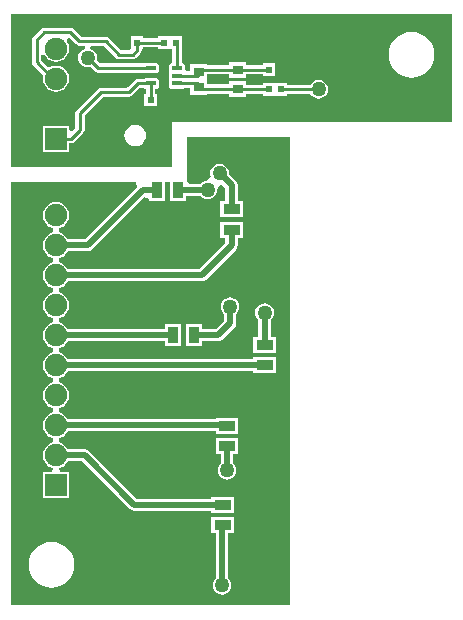
<source format=gtl>
G04 Layer_Physical_Order=1*
G04 Layer_Color=255*
%FSAX24Y24*%
%MOIN*%
G70*
G01*
G75*
G04:AMPARAMS|DCode=10|XSize=15.7mil|YSize=35.4mil|CornerRadius=2mil|HoleSize=0mil|Usage=FLASHONLY|Rotation=90.000|XOffset=0mil|YOffset=0mil|HoleType=Round|Shape=RoundedRectangle|*
%AMROUNDEDRECTD10*
21,1,0.0157,0.0315,0,0,90.0*
21,1,0.0118,0.0354,0,0,90.0*
1,1,0.0039,0.0157,0.0059*
1,1,0.0039,0.0157,-0.0059*
1,1,0.0039,-0.0157,-0.0059*
1,1,0.0039,-0.0157,0.0059*
%
%ADD10ROUNDEDRECTD10*%
%ADD11R,0.0354X0.0315*%
%ADD12R,0.0236X0.0197*%
%ADD13R,0.0197X0.0236*%
%ADD14R,0.0335X0.0551*%
%ADD15R,0.0551X0.0335*%
%ADD16C,0.0100*%
%ADD17C,0.0200*%
%ADD18C,0.0750*%
%ADD19R,0.0750X0.0750*%
%ADD20C,0.0984*%
%ADD21C,0.0500*%
G36*
X014850Y016250D02*
X005500D01*
Y014750D01*
X000150D01*
Y019850D01*
X014850D01*
Y016250D01*
D02*
G37*
G36*
X009450Y000150D02*
X000150D01*
Y014250D01*
X004299D01*
X004362Y014100D01*
X002616Y012354D01*
X002036D01*
X002030Y012369D01*
X001960Y012460D01*
X001869Y012530D01*
X001764Y012574D01*
X001759Y012574D01*
Y012726D01*
X001764Y012726D01*
X001869Y012770D01*
X001960Y012840D01*
X002030Y012931D01*
X002074Y013036D01*
X002089Y013150D01*
X002074Y013264D01*
X002030Y013369D01*
X001960Y013460D01*
X001869Y013530D01*
X001764Y013574D01*
X001650Y013589D01*
X001536Y013574D01*
X001431Y013530D01*
X001340Y013460D01*
X001270Y013369D01*
X001226Y013264D01*
X001211Y013150D01*
X001226Y013036D01*
X001270Y012931D01*
X001340Y012840D01*
X001431Y012770D01*
X001536Y012726D01*
X001541Y012726D01*
Y012574D01*
X001536Y012574D01*
X001431Y012530D01*
X001340Y012460D01*
X001270Y012369D01*
X001226Y012264D01*
X001211Y012150D01*
X001226Y012036D01*
X001270Y011931D01*
X001340Y011840D01*
X001431Y011770D01*
X001536Y011726D01*
X001541Y011726D01*
Y011574D01*
X001536Y011574D01*
X001431Y011530D01*
X001340Y011460D01*
X001270Y011369D01*
X001226Y011264D01*
X001211Y011150D01*
X001226Y011036D01*
X001270Y010931D01*
X001340Y010840D01*
X001431Y010770D01*
X001536Y010726D01*
X001541Y010726D01*
Y010574D01*
X001536Y010574D01*
X001431Y010530D01*
X001340Y010460D01*
X001270Y010369D01*
X001226Y010264D01*
X001211Y010150D01*
X001226Y010036D01*
X001270Y009931D01*
X001340Y009840D01*
X001431Y009770D01*
X001536Y009726D01*
X001541Y009726D01*
Y009574D01*
X001536Y009574D01*
X001431Y009530D01*
X001340Y009460D01*
X001270Y009369D01*
X001226Y009264D01*
X001211Y009150D01*
X001226Y009036D01*
X001270Y008931D01*
X001340Y008840D01*
X001431Y008770D01*
X001536Y008726D01*
X001541Y008726D01*
Y008574D01*
X001536Y008574D01*
X001431Y008530D01*
X001340Y008460D01*
X001270Y008369D01*
X001226Y008264D01*
X001211Y008150D01*
X001226Y008036D01*
X001270Y007931D01*
X001340Y007840D01*
X001431Y007770D01*
X001536Y007726D01*
X001541Y007726D01*
Y007574D01*
X001536Y007574D01*
X001431Y007530D01*
X001340Y007460D01*
X001270Y007369D01*
X001226Y007264D01*
X001211Y007150D01*
X001226Y007036D01*
X001270Y006931D01*
X001340Y006840D01*
X001431Y006770D01*
X001536Y006726D01*
X001541Y006726D01*
Y006574D01*
X001536Y006574D01*
X001431Y006530D01*
X001340Y006460D01*
X001270Y006369D01*
X001226Y006264D01*
X001211Y006150D01*
X001226Y006036D01*
X001270Y005931D01*
X001340Y005840D01*
X001431Y005770D01*
X001536Y005726D01*
X001541Y005726D01*
Y005574D01*
X001536Y005574D01*
X001431Y005530D01*
X001340Y005460D01*
X001270Y005369D01*
X001226Y005264D01*
X001211Y005150D01*
X001226Y005036D01*
X001270Y004931D01*
X001340Y004840D01*
X001431Y004770D01*
X001536Y004726D01*
X001504Y004585D01*
X001215D01*
Y003715D01*
X002085D01*
Y004585D01*
X001796D01*
X001764Y004726D01*
X001869Y004770D01*
X001960Y004840D01*
X002030Y004931D01*
X002036Y004946D01*
X002516D01*
X004106Y003356D01*
X004172Y003312D01*
X004250Y003296D01*
X006824D01*
Y003233D01*
X007576D01*
Y003767D01*
X006824D01*
Y003704D01*
X004334D01*
X002744Y005294D01*
X002678Y005338D01*
X002600Y005354D01*
X002036D01*
X002030Y005369D01*
X001960Y005460D01*
X001869Y005530D01*
X001764Y005574D01*
X001759Y005574D01*
Y005726D01*
X001764Y005726D01*
X001869Y005770D01*
X001960Y005840D01*
X002030Y005931D01*
X002036Y005946D01*
X006974D01*
Y005872D01*
X007726D01*
Y006406D01*
X006974D01*
Y006354D01*
X002036D01*
X002030Y006369D01*
X001960Y006460D01*
X001869Y006530D01*
X001764Y006574D01*
X001759Y006574D01*
Y006726D01*
X001764Y006726D01*
X001869Y006770D01*
X001960Y006840D01*
X002030Y006931D01*
X002074Y007036D01*
X002089Y007150D01*
X002074Y007264D01*
X002030Y007369D01*
X001960Y007460D01*
X001869Y007530D01*
X001764Y007574D01*
X001759Y007574D01*
Y007726D01*
X001764Y007726D01*
X001869Y007770D01*
X001960Y007840D01*
X002030Y007931D01*
X002036Y007946D01*
X008224D01*
Y007883D01*
X008976D01*
Y008417D01*
X008224D01*
Y008354D01*
X002036D01*
X002030Y008369D01*
X001960Y008460D01*
X001869Y008530D01*
X001764Y008574D01*
X001759Y008574D01*
Y008726D01*
X001764Y008726D01*
X001869Y008770D01*
X001960Y008840D01*
X002030Y008931D01*
X002036Y008946D01*
X005294D01*
Y008774D01*
X005828D01*
Y009526D01*
X005294D01*
Y009354D01*
X002036D01*
X002030Y009369D01*
X001960Y009460D01*
X001869Y009530D01*
X001764Y009574D01*
X001759Y009574D01*
Y009726D01*
X001764Y009726D01*
X001869Y009770D01*
X001960Y009840D01*
X002030Y009931D01*
X002074Y010036D01*
X002089Y010150D01*
X002074Y010264D01*
X002030Y010369D01*
X001960Y010460D01*
X001869Y010530D01*
X001764Y010574D01*
X001759Y010574D01*
Y010726D01*
X001764Y010726D01*
X001869Y010770D01*
X001960Y010840D01*
X002030Y010931D01*
X002036Y010946D01*
X006500D01*
X006578Y010962D01*
X006644Y011006D01*
X007644Y012006D01*
X007644Y012006D01*
X007688Y012072D01*
X007704Y012150D01*
X007704Y012150D01*
Y012394D01*
X007876D01*
Y012928D01*
X007124D01*
Y012394D01*
X007296D01*
Y012234D01*
X006416Y011354D01*
X002036D01*
X002030Y011369D01*
X001960Y011460D01*
X001869Y011530D01*
X001764Y011574D01*
X001759Y011574D01*
Y011726D01*
X001764Y011726D01*
X001869Y011770D01*
X001960Y011840D01*
X002030Y011931D01*
X002036Y011946D01*
X002700D01*
X002778Y011962D01*
X002844Y012006D01*
X004594Y013755D01*
X004744Y013698D01*
Y013624D01*
X005278D01*
Y014250D01*
X005433D01*
Y013624D01*
X005967D01*
Y013796D01*
X006466D01*
X006479Y013779D01*
X006544Y013729D01*
X006619Y013698D01*
X006700Y013687D01*
X006781Y013698D01*
X006856Y013729D01*
X006921Y013779D01*
X006971Y013844D01*
X007002Y013919D01*
X007013Y014000D01*
X007117Y014141D01*
X007136Y014150D01*
X007184Y014156D01*
X007296Y014052D01*
Y013617D01*
X007124D01*
Y013083D01*
X007876D01*
Y013617D01*
X007704D01*
Y014150D01*
X007688Y014228D01*
X007644Y014294D01*
X007410Y014529D01*
X007413Y014550D01*
X007402Y014631D01*
X007371Y014706D01*
X007321Y014771D01*
X007256Y014821D01*
X007181Y014852D01*
X007100Y014863D01*
X007019Y014852D01*
X006944Y014821D01*
X006879Y014771D01*
X006829Y014706D01*
X006798Y014631D01*
X006787Y014550D01*
X006798Y014469D01*
X006807Y014447D01*
X006725Y014323D01*
X006708Y014312D01*
X006700Y014313D01*
X006619Y014302D01*
X006544Y014271D01*
X006479Y014221D01*
X006466Y014204D01*
X006131D01*
X006000Y014250D01*
Y015750D01*
X009450D01*
Y000150D01*
D02*
G37*
%LPC*%
G36*
X002130Y019403D02*
X001250D01*
X001191Y019391D01*
X001142Y019358D01*
X000892Y019108D01*
X000859Y019059D01*
X000847Y019000D01*
Y018250D01*
X000859Y018191D01*
X000892Y018142D01*
X001225Y017808D01*
X001211Y017700D01*
X001226Y017586D01*
X001270Y017481D01*
X001340Y017390D01*
X001431Y017320D01*
X001536Y017276D01*
X001650Y017261D01*
X001764Y017276D01*
X001869Y017320D01*
X001960Y017390D01*
X002030Y017481D01*
X002074Y017586D01*
X002089Y017700D01*
X002074Y017814D01*
X002030Y017919D01*
X001960Y018010D01*
X001869Y018080D01*
X001764Y018124D01*
X001650Y018139D01*
X001536Y018124D01*
X001431Y018080D01*
X001406Y018061D01*
X001153Y018313D01*
Y018502D01*
X001253Y018522D01*
X001270Y018481D01*
X001340Y018390D01*
X001431Y018320D01*
X001536Y018276D01*
X001650Y018261D01*
X001764Y018276D01*
X001869Y018320D01*
X001960Y018390D01*
X002030Y018481D01*
X002074Y018586D01*
X002089Y018700D01*
X002074Y018814D01*
X002030Y018919D01*
X002004Y018954D01*
X002048Y019059D01*
X002100Y019064D01*
X002322Y018842D01*
X002371Y018809D01*
X002430Y018797D01*
X002599D01*
X002619Y018702D01*
X002544Y018671D01*
X002479Y018621D01*
X002429Y018556D01*
X002398Y018481D01*
X002387Y018400D01*
X002398Y018319D01*
X002429Y018244D01*
X002479Y018179D01*
X002544Y018129D01*
X002619Y018098D01*
X002700Y018087D01*
X002781Y018098D01*
X002784Y018099D01*
X002936Y017948D01*
X002986Y017915D01*
X003044Y017903D01*
X004585D01*
X004613Y017884D01*
X004659Y017875D01*
X004974D01*
X005021Y017884D01*
X005061Y017911D01*
X005087Y017950D01*
X005096Y017997D01*
Y018115D01*
X005087Y018162D01*
X005061Y018201D01*
X005021Y018228D01*
X004974Y018237D01*
X004659D01*
X004613Y018228D01*
X004585Y018209D01*
X003107D01*
X003001Y018316D01*
X003002Y018319D01*
X003013Y018400D01*
X003002Y018481D01*
X002971Y018556D01*
X002921Y018621D01*
X002856Y018671D01*
X002781Y018702D01*
X002801Y018797D01*
X003237D01*
X003642Y018392D01*
X003691Y018359D01*
X003750Y018347D01*
X004200D01*
X004259Y018359D01*
X004308Y018392D01*
X004455Y018539D01*
X004488Y018588D01*
X004500Y018647D01*
Y018682D01*
X004545D01*
Y018747D01*
X005058D01*
Y018682D01*
X005530D01*
Y018237D01*
X005526D01*
X005479Y018228D01*
X005439Y018201D01*
X005413Y018162D01*
X005404Y018115D01*
Y017997D01*
X005413Y017950D01*
X005428Y017928D01*
X005413Y017906D01*
X005404Y017859D01*
Y017741D01*
X005413Y017694D01*
X005428Y017672D01*
X005413Y017650D01*
X005404Y017603D01*
Y017485D01*
X005413Y017438D01*
X005439Y017399D01*
X005479Y017372D01*
X005526Y017363D01*
X005841D01*
X005887Y017372D01*
X005915Y017391D01*
X006123D01*
Y017162D01*
X006677D01*
Y017203D01*
X007423D01*
Y017098D01*
X007977D01*
Y017197D01*
X008555D01*
Y017132D01*
X009345D01*
Y017197D01*
X010128D01*
X010129Y017194D01*
X010179Y017129D01*
X010244Y017079D01*
X010319Y017048D01*
X010400Y017037D01*
X010481Y017048D01*
X010556Y017079D01*
X010621Y017129D01*
X010671Y017194D01*
X010702Y017269D01*
X010713Y017350D01*
X010702Y017431D01*
X010671Y017506D01*
X010621Y017571D01*
X010556Y017621D01*
X010481Y017652D01*
X010400Y017663D01*
X010319Y017652D01*
X010244Y017621D01*
X010179Y017571D01*
X010129Y017506D01*
X010128Y017503D01*
X009345D01*
Y017568D01*
X008555D01*
Y017503D01*
X007977D01*
Y017613D01*
X007423D01*
Y017509D01*
X006677D01*
Y017847D01*
X007423D01*
Y017737D01*
X007977D01*
Y017847D01*
X008555D01*
Y017782D01*
X008952D01*
Y018218D01*
X008555D01*
Y018153D01*
X007977D01*
Y018252D01*
X007423D01*
Y018153D01*
X006677D01*
Y018188D01*
X006123D01*
Y017953D01*
X005999D01*
X005963Y017997D01*
Y018115D01*
X005953Y018162D01*
X005927Y018201D01*
X005887Y018228D01*
X005841Y018237D01*
X005836D01*
Y018682D01*
X005848D01*
Y019118D01*
X005058D01*
Y019053D01*
X004545D01*
Y019118D01*
X004148D01*
Y018682D01*
X004060Y018653D01*
X003813D01*
X003408Y019058D01*
X003359Y019091D01*
X003300Y019103D01*
X002493D01*
X002238Y019358D01*
X002189Y019391D01*
X002130Y019403D01*
D02*
G37*
G36*
X013500Y019264D02*
X013351Y019249D01*
X013208Y019206D01*
X013076Y019135D01*
X012960Y019040D01*
X012865Y018924D01*
X012794Y018792D01*
X012751Y018649D01*
X012736Y018500D01*
X012751Y018351D01*
X012794Y018208D01*
X012865Y018076D01*
X012960Y017960D01*
X013076Y017865D01*
X013208Y017794D01*
X013351Y017751D01*
X013500Y017736D01*
X013649Y017751D01*
X013792Y017794D01*
X013924Y017865D01*
X014040Y017960D01*
X014135Y018076D01*
X014206Y018208D01*
X014249Y018351D01*
X014264Y018500D01*
X014249Y018649D01*
X014206Y018792D01*
X014135Y018924D01*
X014040Y019040D01*
X013924Y019135D01*
X013792Y019206D01*
X013649Y019249D01*
X013500Y019264D01*
D02*
G37*
G36*
X004974Y017725D02*
X004659D01*
X004613Y017716D01*
X004585Y017697D01*
X004370D01*
X004312Y017685D01*
X004262Y017652D01*
X004013Y017403D01*
X003150D01*
X003091Y017391D01*
X003042Y017358D01*
X002342Y016658D01*
X002309Y016609D01*
X002297Y016550D01*
Y016063D01*
X002185Y015951D01*
X002085Y015993D01*
Y016135D01*
X001215D01*
Y015265D01*
X002085D01*
Y015547D01*
X002150D01*
X002209Y015559D01*
X002258Y015592D01*
X002558Y015892D01*
X002591Y015941D01*
X002603Y016000D01*
Y016487D01*
X003213Y017097D01*
X004076D01*
X004135Y017109D01*
X004184Y017142D01*
X004434Y017391D01*
X004585D01*
X004613Y017372D01*
X004647Y017365D01*
Y017195D01*
X004582D01*
Y016798D01*
X005018D01*
Y017195D01*
X004953D01*
Y017363D01*
X004974D01*
X005021Y017372D01*
X005061Y017399D01*
X005087Y017438D01*
X005096Y017485D01*
Y017603D01*
X005087Y017650D01*
X005061Y017689D01*
X005021Y017716D01*
X004974Y017725D01*
D02*
G37*
G36*
X004287Y016162D02*
X004194Y016150D01*
X004107Y016114D01*
X004033Y016057D01*
X003976Y015983D01*
X003940Y015896D01*
X003928Y015804D01*
X003940Y015711D01*
X003976Y015624D01*
X004033Y015550D01*
X004107Y015493D01*
X004194Y015457D01*
X004287Y015445D01*
X004379Y015457D01*
X004466Y015493D01*
X004540Y015550D01*
X004597Y015624D01*
X004633Y015711D01*
X004645Y015804D01*
X004633Y015896D01*
X004597Y015983D01*
X004540Y016057D01*
X004466Y016114D01*
X004379Y016150D01*
X004287Y016162D01*
D02*
G37*
G36*
X007450Y010413D02*
X007369Y010402D01*
X007294Y010371D01*
X007229Y010321D01*
X007179Y010256D01*
X007148Y010181D01*
X007137Y010100D01*
X007148Y010019D01*
X007179Y009944D01*
X007229Y009879D01*
X007246Y009866D01*
Y009634D01*
X006966Y009354D01*
X006517D01*
Y009526D01*
X005983D01*
Y008774D01*
X006517D01*
Y008946D01*
X007050D01*
X007128Y008962D01*
X007194Y009006D01*
X007594Y009406D01*
X007638Y009472D01*
X007654Y009550D01*
Y009866D01*
X007671Y009879D01*
X007721Y009944D01*
X007752Y010019D01*
X007763Y010100D01*
X007752Y010181D01*
X007721Y010256D01*
X007671Y010321D01*
X007606Y010371D01*
X007531Y010402D01*
X007450Y010413D01*
D02*
G37*
G36*
X008600Y010213D02*
X008519Y010202D01*
X008444Y010171D01*
X008379Y010121D01*
X008329Y010056D01*
X008298Y009981D01*
X008287Y009900D01*
X008298Y009819D01*
X008329Y009744D01*
X008379Y009679D01*
X008396Y009666D01*
Y009106D01*
X008224D01*
Y008572D01*
X008976D01*
Y009106D01*
X008804D01*
Y009666D01*
X008821Y009679D01*
X008871Y009744D01*
X008902Y009819D01*
X008913Y009900D01*
X008902Y009981D01*
X008871Y010056D01*
X008821Y010121D01*
X008756Y010171D01*
X008681Y010202D01*
X008600Y010213D01*
D02*
G37*
G36*
X007726Y005717D02*
X006974D01*
Y005183D01*
X007146D01*
Y004884D01*
X007129Y004871D01*
X007079Y004806D01*
X007048Y004731D01*
X007037Y004650D01*
X007048Y004569D01*
X007079Y004494D01*
X007129Y004429D01*
X007194Y004379D01*
X007269Y004348D01*
X007350Y004337D01*
X007431Y004348D01*
X007506Y004379D01*
X007571Y004429D01*
X007621Y004494D01*
X007652Y004569D01*
X007663Y004650D01*
X007652Y004731D01*
X007621Y004806D01*
X007571Y004871D01*
X007554Y004884D01*
Y005183D01*
X007726D01*
Y005717D01*
D02*
G37*
G36*
X001500Y002264D02*
X001351Y002249D01*
X001208Y002206D01*
X001076Y002135D01*
X000960Y002040D01*
X000865Y001924D01*
X000794Y001792D01*
X000751Y001649D01*
X000736Y001500D01*
X000751Y001351D01*
X000794Y001208D01*
X000865Y001076D01*
X000960Y000960D01*
X001076Y000865D01*
X001208Y000794D01*
X001351Y000751D01*
X001500Y000736D01*
X001649Y000751D01*
X001792Y000794D01*
X001924Y000865D01*
X002040Y000960D01*
X002135Y001076D01*
X002206Y001208D01*
X002249Y001351D01*
X002264Y001500D01*
X002249Y001649D01*
X002206Y001792D01*
X002135Y001924D01*
X002040Y002040D01*
X001924Y002135D01*
X001792Y002206D01*
X001649Y002249D01*
X001500Y002264D01*
D02*
G37*
G36*
X007576Y003078D02*
X006824D01*
Y002544D01*
X006982D01*
Y001048D01*
X006965Y001035D01*
X006915Y000971D01*
X006884Y000895D01*
X006873Y000814D01*
X006884Y000733D01*
X006915Y000658D01*
X006965Y000593D01*
X007029Y000543D01*
X007105Y000512D01*
X007186Y000501D01*
X007267Y000512D01*
X007342Y000543D01*
X007407Y000593D01*
X007457Y000658D01*
X007488Y000733D01*
X007498Y000814D01*
X007488Y000895D01*
X007457Y000971D01*
X007407Y001035D01*
X007390Y001048D01*
Y002544D01*
X007576D01*
Y003078D01*
D02*
G37*
%LPD*%
D10*
X005683Y017800D02*
D03*
Y017544D02*
D03*
X004817Y018056D02*
D03*
Y017800D02*
D03*
Y017544D02*
D03*
X005683Y018056D02*
D03*
D11*
X007700Y016844D02*
D03*
Y017356D02*
D03*
Y018506D02*
D03*
Y017994D02*
D03*
X006400Y017931D02*
D03*
Y017419D02*
D03*
D12*
X004800Y016603D02*
D03*
Y016997D02*
D03*
D13*
X003953Y018900D02*
D03*
X004347D02*
D03*
X005650D02*
D03*
X005256D02*
D03*
X009147Y018000D02*
D03*
X008753D02*
D03*
X009147Y017350D02*
D03*
X008753D02*
D03*
D14*
X005700Y014000D02*
D03*
X005011D02*
D03*
X006250Y009150D02*
D03*
X005561D02*
D03*
D15*
X007350Y005450D02*
D03*
Y006139D02*
D03*
X007500Y013350D02*
D03*
Y012661D02*
D03*
X008600Y008839D02*
D03*
Y008150D02*
D03*
X007200Y002811D02*
D03*
Y003500D02*
D03*
D16*
X002600Y019500D02*
X002850Y019250D01*
X001200Y019500D02*
X002600D01*
X000750Y019050D02*
X001200Y019500D01*
X000750Y018000D02*
Y019050D01*
Y018000D02*
X001000Y017750D01*
Y016700D02*
Y017750D01*
X002430Y018950D02*
X003300D01*
X002130Y019250D02*
X002430Y018950D01*
X001250Y019250D02*
X002130D01*
X001000Y019000D02*
X001250Y019250D01*
X001000Y018250D02*
Y019000D01*
Y018250D02*
X001550Y017700D01*
X001650D01*
Y017950D01*
X002700Y018400D02*
X003044Y018056D01*
X004817D01*
X003750Y018500D02*
X004200D01*
X003300Y018950D02*
X003750Y018500D01*
X004200D02*
X004347Y018647D01*
Y018900D01*
X003950Y019250D02*
X007350D01*
X002850D02*
X003950D01*
X003953Y019247D01*
Y018900D02*
Y019247D01*
X003000Y017500D02*
X004010D01*
X002200Y016700D02*
X003000Y017500D01*
X001650Y016700D02*
X002200D01*
X004347Y018900D02*
X005256D01*
X004010Y017500D02*
X004310Y017800D01*
X004817D01*
X007700Y018506D02*
X009150D01*
X009700Y019056D01*
X009147Y018503D02*
X009150Y018506D01*
X009700Y019056D02*
Y019150D01*
X009147Y018000D02*
Y018503D01*
X007700Y018506D02*
Y018900D01*
X007350Y019250D02*
X007700Y018900D01*
X005683Y018056D02*
Y018900D01*
X006400Y017872D02*
X006528Y018000D01*
X008703D01*
X006334Y017544D02*
X006522Y017356D01*
X007700D01*
X001000Y015300D02*
Y016700D01*
X004370Y017544D02*
X004817D01*
X007186Y000814D02*
X007200Y000800D01*
X009147Y017350D02*
X010400D01*
X007706D02*
X008753D01*
X007700Y017356D02*
X007706Y017350D01*
X005683Y017800D02*
X006353D01*
X006400Y017847D01*
Y017872D01*
X005683Y017544D02*
X006334D01*
X001000Y016700D02*
X001650D01*
X001000Y015300D02*
X001300Y015000D01*
X006694Y016844D02*
X007700D01*
X004800Y016997D02*
Y017527D01*
X004817Y017544D01*
X004076Y017250D02*
X004370Y017544D01*
X003150Y017250D02*
X004076D01*
X001650Y015700D02*
X002150D01*
X002450Y016000D01*
Y016550D01*
X003150Y017250D01*
X001300Y015000D02*
X002000D01*
X003550Y016550D01*
X006400D01*
X006694Y016844D01*
X007186Y002797D02*
X007200Y002811D01*
D17*
X001650Y008150D02*
X008600D01*
X001650Y012150D02*
X002700D01*
X001650Y005150D02*
X002600D01*
X004250Y003500D01*
X007200D01*
X007100Y014550D02*
X007500Y014150D01*
Y013350D02*
Y014150D01*
X005700Y014000D02*
X006700D01*
X002700Y012150D02*
X004550Y014000D01*
X005011D01*
X001650Y011150D02*
X006500D01*
X007500Y012150D01*
Y012661D01*
X001650Y009150D02*
X005561D01*
X006250D02*
X007050D01*
X007450Y009550D01*
Y010100D01*
X008600Y008839D02*
Y009900D01*
X001650Y006150D02*
X007350D01*
Y004650D02*
Y005450D01*
X007186Y000814D02*
Y002797D01*
D18*
X001650Y017700D02*
D03*
Y016700D02*
D03*
Y018700D02*
D03*
Y013150D02*
D03*
Y006150D02*
D03*
Y009150D02*
D03*
Y005150D02*
D03*
Y011150D02*
D03*
Y010150D02*
D03*
Y007150D02*
D03*
Y008150D02*
D03*
Y012150D02*
D03*
D19*
Y015700D02*
D03*
Y004150D02*
D03*
D20*
X009700Y019150D02*
D03*
D21*
X002700Y018400D02*
D03*
X000600Y013500D02*
D03*
X000700Y003400D02*
D03*
X008550Y004750D02*
D03*
X009100Y000550D02*
D03*
X008750Y011150D02*
D03*
X008600Y009900D02*
D03*
X006700Y014000D02*
D03*
X007100Y014550D02*
D03*
X007186Y000814D02*
D03*
X010400Y017350D02*
D03*
X007450Y010100D02*
D03*
X007350Y004650D02*
D03*
M02*

</source>
